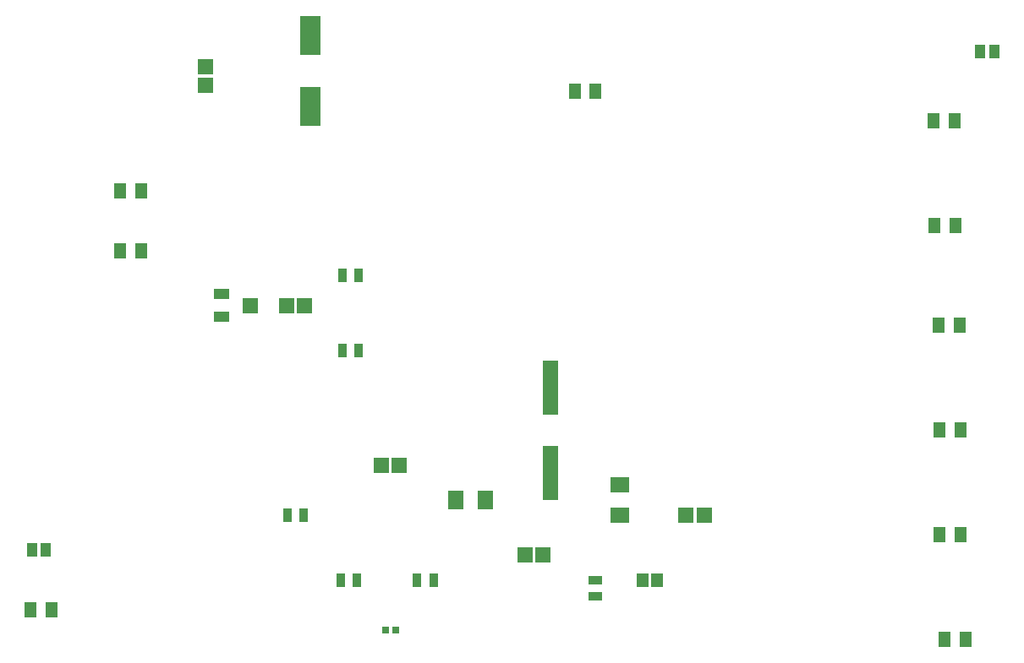
<source format=gtp>
G04*
G04 #@! TF.GenerationSoftware,Altium Limited,Altium Designer,21.2.2 (38)*
G04*
G04 Layer_Color=8421504*
%FSLAX25Y25*%
%MOIN*%
G70*
G04*
G04 #@! TF.SameCoordinates,D655011B-D58E-49C3-9971-1785A8161550*
G04*
G04*
G04 #@! TF.FilePolarity,Positive*
G04*
G01*
G75*
%ADD16R,0.07874X0.15748*%
%ADD17R,0.03937X0.05315*%
%ADD18R,0.04750X0.05938*%
%ADD19R,0.06127X0.05924*%
%ADD20R,0.03347X0.05315*%
%ADD21R,0.06299X0.04331*%
%ADD22R,0.06299X0.06299*%
%ADD23R,0.05924X0.06127*%
%ADD24R,0.05906X0.21654*%
%ADD25R,0.07505X0.05924*%
%ADD26R,0.05924X0.07505*%
%ADD27R,0.05315X0.03347*%
%ADD28R,0.04528X0.05315*%
%ADD29R,0.02631X0.02648*%
%ADD30R,0.04331X0.05315*%
D16*
X163386Y313189D02*
D03*
Y285236D02*
D03*
D17*
X433071Y307087D02*
D03*
X427165D02*
D03*
D18*
X88382Y251968D02*
D03*
X96657D02*
D03*
X267516Y291339D02*
D03*
X275791D02*
D03*
X409048Y279528D02*
D03*
X417323D02*
D03*
X88382Y228347D02*
D03*
X96657D02*
D03*
X409449Y238189D02*
D03*
X417723D02*
D03*
X411017Y198819D02*
D03*
X419291D02*
D03*
X411217Y157480D02*
D03*
X419492D02*
D03*
X61224Y86614D02*
D03*
X52949D02*
D03*
X411417Y116142D02*
D03*
X419692D02*
D03*
X413186Y74803D02*
D03*
X421460D02*
D03*
D19*
X122047Y293698D02*
D03*
Y300791D02*
D03*
D20*
X175886Y218504D02*
D03*
X182382D02*
D03*
Y188976D02*
D03*
X175886D02*
D03*
X160728Y124016D02*
D03*
X154232D02*
D03*
X205413Y98425D02*
D03*
X211909D02*
D03*
X175197D02*
D03*
X181693D02*
D03*
D21*
X128346Y211221D02*
D03*
Y202165D02*
D03*
D22*
X139764Y206693D02*
D03*
D23*
X161027D02*
D03*
X153934D02*
D03*
X318507Y124016D02*
D03*
X311414D02*
D03*
X198428Y143701D02*
D03*
X191336D02*
D03*
X248032Y108268D02*
D03*
X255124D02*
D03*
D24*
X257874Y174213D02*
D03*
Y140748D02*
D03*
D25*
X285433Y135833D02*
D03*
Y124016D02*
D03*
D26*
X232286Y129921D02*
D03*
X220469D02*
D03*
D27*
X275591Y91929D02*
D03*
Y98425D02*
D03*
D28*
X300098D02*
D03*
X294390D02*
D03*
D29*
X192913Y78740D02*
D03*
X196867D02*
D03*
D30*
X53543Y110236D02*
D03*
X59055D02*
D03*
M02*

</source>
